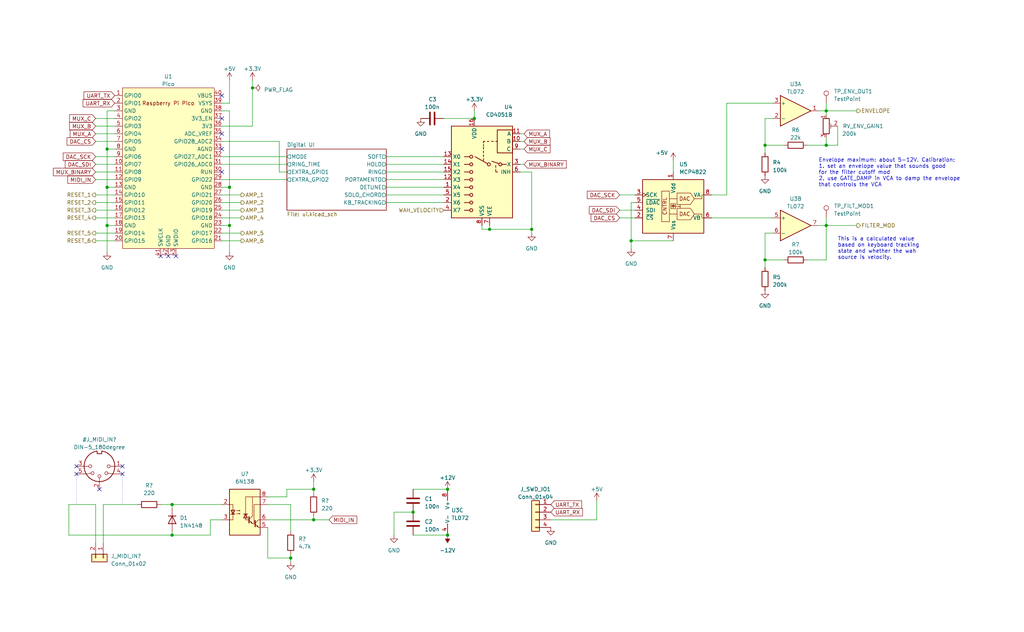
<source format=kicad_sch>
(kicad_sch (version 20230121) (generator eeschema)
  (paper "User" 340.004 210.007)
  (lib_symbols
    (symbol "+3.3V_1" (power) (pin_names (offset 0))
      (property "Value" "+3.3V_1" (at 0 3.556 0))
      (symbol "+3.3V_1_0_1"
        (polyline (pts (xy -0.762 1.27) (xy 0 2.54)))
        (polyline (pts (xy 0 0) (xy 0 2.54)))
        (polyline (pts (xy 0 2.54) (xy 0.762 1.27)))
      )
      (symbol "+3.3V_1_1_1"
        (pin power_in line (at 0 0 90) (length 0) hide (name "+3.3V") (number "1"))
      )
    )
    (symbol "Amplifier_Operational:TL072" (pin_names (offset 0.127))
      (property "Reference" "U" (at 0 5.08 0))
      (property "Value" "TL072" (at 0 -5.08 0))
      (symbol "TL072_1_1"
        (polyline (pts (xy -5.08 5.08) (xy 5.08 0) (xy -5.08 -5.08) (xy -5.08 5.08)) (stroke (width 0.254)) (fill (type background)))
        (pin output line (at 7.62 0 180) (length 2.54) (name "~") (number "1"))
        (pin input line (at -7.62 -2.54 0) (length 2.54) (name "-") (number "2"))
        (pin input line (at -7.62 2.54 0) (length 2.54) (name "+") (number "3"))
      )
      (symbol "TL072_2_1"
        (polyline (pts (xy -5.08 5.08) (xy 5.08 0) (xy -5.08 -5.08) (xy -5.08 5.08)) (stroke (width 0.254)) (fill (type background)))
        (pin input line (at -7.62 2.54 0) (length 2.54) (name "+") (number "5"))
        (pin input line (at -7.62 -2.54 0) (length 2.54) (name "-") (number "6"))
        (pin output line (at 7.62 0 180) (length 2.54) (name "~") (number "7"))
      )
      (symbol "TL072_3_1"
        (pin power_in line (at -2.54 -7.62 90) (length 3.81) (name "V-") (number "4"))
        (pin power_in line (at -2.54 7.62 270) (length 3.81) (name "V+") (number "8"))
      )
    )
    (symbol "Analog_DAC:MCP4822" (pin_names (offset 1.016))
      (property "Reference" "U" (at -2.54 10.795 0))
      (property "Value" "MCP4822" (at -2.54 8.89 0))
      (symbol "MCP4822_0_0"
        (polyline (pts (xy 0 -1.778) (xy 0 -0.635)))
        (polyline (pts (xy 0.381 -0.889) (xy 0.508 -0.762)))
        (polyline (pts (xy 2.286 -1.143) (xy 2.286 -1.905)))
        (polyline (pts (xy 0.381 -0.889) (xy -0.381 -0.889) (xy -0.508 -1.016)))
        (polyline (pts (xy 0.762 -1.27) (xy 2.286 -1.27) (xy 2.286 -0.762)))
        (polyline (pts (xy 0 -0.889) (xy 0.508 -1.397) (xy -0.508 -1.397) (xy 0 -0.889)))
        (polyline (pts (xy 6.985 -3.81) (xy 9.525 -3.81) (xy 9.525 -5.08) (xy 10.16 -5.08)))
        (polyline (pts (xy 6.985 1.27) (xy 9.525 1.27) (xy 9.525 2.54) (xy 10.16 2.54)))
        (rectangle (start 0.762 -0.381) (end -0.762 -2.032))
        (text "CNTRL" (at -2.032 -4.191 900) (effects (font (size 1.27 1.27)) (justify left bottom)))
        (text "DAC" (at 3.81 -3.81 0) (effects (font (size 1.27 1.27))))
        (text "DAC" (at 3.81 1.27 0) (effects (font (size 1.27 1.27))))
      )
      (symbol "MCP4822_0_1"
        (rectangle (start -10.16 7.62) (end 10.16 -10.16) (stroke (width 0.254)) (fill (type background)))
        (rectangle (start -1.27 -6.35) (end -3.81 3.81))
        (polyline (pts (xy 1.27 -3.81) (xy -1.27 -3.81)))
        (polyline (pts (xy 1.27 1.27) (xy -1.27 1.27)))
        (polyline (pts (xy 6.985 -3.81) (xy 5.715 -1.905) (xy 1.27 -1.905) (xy 1.27 -5.715) (xy 5.715 -5.715) (xy 6.985 -3.81)))
        (polyline (pts (xy 6.985 1.27) (xy 5.715 3.175) (xy 1.27 3.175) (xy 1.27 -0.635) (xy 5.715 -0.635) (xy 6.985 1.27)))
      )
      (symbol "MCP4822_1_1"
        (pin power_in line (at 0 10.16 270) (length 2.54) (name "Vdd") (number "1"))
        (pin input line (at -12.7 -5.08 0) (length 2.54) (name "~{CS}") (number "2"))
        (pin input clock (at -12.7 2.54 0) (length 2.54) (name "SCK") (number "3"))
        (pin input line (at -12.7 -2.54 0) (length 2.54) (name "SDI") (number "4"))
        (pin input line (at -12.7 0 0) (length 2.54) (name "~{LDAC}") (number "5"))
        (pin output line (at 12.7 -5.08 180) (length 2.54) (name "VB") (number "6"))
        (pin power_in line (at 0 -12.7 90) (length 2.54) (name "Vss") (number "7"))
        (pin output line (at 12.7 2.54 180) (length 2.54) (name "VA") (number "8"))
      )
    )
    (symbol "Analog_Switch:CD4051B"
      (property "Reference" "U" (at -10.16 16.51 0))
      (property "Value" "CD4051B" (at 3.81 16.51 0))
      (symbol "CD4051B_0_1"
        (rectangle (start -10.16 6.35) (end -5.08 13.97) (stroke (width 0.254)))
        (rectangle (start -10.16 15.24) (end 10.16 -15.24) (stroke (width 0.254)) (fill (type background)))
        (circle (center -6.096 2.54) (radius 0.508) (stroke (width 0.254)))
        (circle (center -2.286 2.54) (radius 0.508) (stroke (width 0.254)))
        (polyline (pts (xy -8.128 2.54) (xy -6.604 2.54)) (stroke (width 0.254)))
        (polyline (pts (xy -5.588 2.794) (xy -3.302 3.556)) (stroke (width 0.254)))
        (polyline (pts (xy -4.572 0) (xy -5.207 0)) (stroke (width 0.254)))
        (polyline (pts (xy -4.572 0.254) (xy -4.572 0.889)) (stroke (width 0.254)))
        (polyline (pts (xy -4.572 1.524) (xy -4.572 2.159)) (stroke (width 0.254)))
        (polyline (pts (xy -4.572 10.16) (xy -5.08 10.16)) (stroke (width 0.254)))
        (polyline (pts (xy -3.81 10.16) (xy -3.175 10.16)) (stroke (width 0.254)))
        (polyline (pts (xy -1.778 2.794) (xy 2.286 5.08)) (stroke (width 0.254)))
        (polyline (pts (xy -1.778 10.16) (xy -2.286 10.16)) (stroke (width 0.254)))
        (polyline (pts (xy -0.508 3.81) (xy -0.508 4.445)) (stroke (width 0.254)))
        (polyline (pts (xy -0.508 5.08) (xy -0.508 5.715)) (stroke (width 0.254)))
        (polyline (pts (xy -0.508 6.35) (xy -0.508 6.985)) (stroke (width 0.254)))
        (polyline (pts (xy -0.508 7.62) (xy -0.508 8.255)) (stroke (width 0.254)))
        (polyline (pts (xy -0.508 8.636) (xy -0.508 9.144)) (stroke (width 0.254)))
        (polyline (pts (xy -0.508 9.652) (xy -0.508 10.16)) (stroke (width 0.254)))
        (polyline (pts (xy -0.508 10.16) (xy -1.016 10.16)) (stroke (width 0.254)))
        (polyline (pts (xy 4.064 -12.7) (xy 5.842 -12.7)) (stroke (width 0.254)))
        (polyline (pts (xy 4.064 -10.16) (xy 5.842 -10.16)) (stroke (width 0.254)))
        (polyline (pts (xy 4.064 -7.62) (xy 5.842 -7.62)) (stroke (width 0.254)))
        (polyline (pts (xy 4.064 -5.08) (xy 5.842 -5.08)) (stroke (width 0.254)))
        (polyline (pts (xy 4.064 -2.54) (xy 5.842 -2.54)) (stroke (width 0.254)))
        (polyline (pts (xy 4.064 0) (xy 5.842 0)) (stroke (width 0.254)))
        (polyline (pts (xy 4.064 2.54) (xy 5.842 2.54)) (stroke (width 0.254)))
        (polyline (pts (xy 4.064 5.08) (xy 5.842 5.08)) (stroke (width 0.254)))
        (circle (center 3.556 -12.7) (radius 0.508) (stroke (width 0.254)))
        (circle (center 3.556 -10.16) (radius 0.508) (stroke (width 0.254)))
        (circle (center 3.556 -7.62) (radius 0.508) (stroke (width 0.254)))
        (circle (center 3.556 -5.08) (radius 0.508) (stroke (width 0.254)))
        (circle (center 3.556 -2.54) (radius 0.508) (stroke (width 0.254)))
        (circle (center 3.556 0) (radius 0.508) (stroke (width 0.254)))
        (circle (center 3.556 2.54) (radius 0.508) (stroke (width 0.254)))
        (circle (center 3.556 5.08) (radius 0.508) (stroke (width 0.254)))
      )
      (symbol "CD4051B_1_1"
        (pin bidirectional line (at 12.7 -5.08 180) (length 2.54) (name "X4") (number "1"))
        (pin input line (at -12.7 10.16 0) (length 2.54) (name "B") (number "10"))
        (pin input line (at -12.7 12.7 0) (length 2.54) (name "A") (number "11"))
        (pin bidirectional line (at 12.7 -2.54 180) (length 2.54) (name "X3") (number "12"))
        (pin bidirectional line (at 12.7 5.08 180) (length 2.54) (name "X0") (number "13"))
        (pin bidirectional line (at 12.7 2.54 180) (length 2.54) (name "X1") (number "14"))
        (pin bidirectional line (at 12.7 0 180) (length 2.54) (name "X2") (number "15"))
        (pin power_in line (at 2.54 17.78 270) (length 2.54) (name "VDD") (number "16"))
        (pin bidirectional line (at 12.7 -10.16 180) (length 2.54) (name "X6") (number "2"))
        (pin bidirectional line (at -12.7 2.54 0) (length 2.54) (name "X") (number "3"))
        (pin bidirectional line (at 12.7 -12.7 180) (length 2.54) (name "X7") (number "4"))
        (pin bidirectional line (at 12.7 -7.62 180) (length 2.54) (name "X5") (number "5"))
        (pin input line (at -12.7 0 0) (length 2.54) (name "INH") (number "6"))
        (pin power_in line (at -2.54 -17.78 90) (length 2.54) (name "VEE") (number "7"))
        (pin power_in line (at 0 -17.78 90) (length 2.54) (name "VSS") (number "8"))
        (pin input line (at -12.7 7.62 0) (length 2.54) (name "C") (number "9"))
      )
    )
    (symbol "Connector:DIN-5_180degree" (pin_names (offset 1.016))
      (property "Reference" "J" (at 3.175 5.715 0))
      (property "Value" "DIN-5_180degree" (at 0 -6.35 0))
      (symbol "DIN-5_180degree_0_1"
        (arc (start -5.08 0) (mid -3.8609 -3.3364) (end -0.762 -5.08) (stroke (width 0.254)))
        (circle (center -3.048 0) (radius 0.508))
        (circle (center -2.286 2.286) (radius 0.508))
        (polyline (pts (xy -5.08 0) (xy -3.556 0)))
        (polyline (pts (xy 0 5.08) (xy 0 3.81)))
        (polyline (pts (xy 5.08 0) (xy 3.556 0)))
        (polyline (pts (xy -5.08 2.54) (xy -4.318 2.54) (xy -2.794 2.286)))
        (polyline (pts (xy 5.08 2.54) (xy 4.318 2.54) (xy 2.794 2.286)))
        (polyline (pts (xy -0.762 -4.953) (xy -0.762 -4.191) (xy 0.762 -4.191) (xy 0.762 -4.953)) (stroke (width 0.254)))
        (circle (center 0 3.302) (radius 0.508))
        (arc (start 0.762 -5.08) (mid 3.8685 -3.343) (end 5.08 0) (stroke (width 0.254)))
        (circle (center 2.286 2.286) (radius 0.508))
        (circle (center 3.048 0) (radius 0.508))
        (arc (start 5.08 0) (mid 0 5.0579) (end -5.08 0) (stroke (width 0.254)))
      )
      (symbol "DIN-5_180degree_1_1"
        (pin passive line (at -7.62 0 0) (length 2.54) (name "~") (number "1"))
        (pin passive line (at 0 7.62 270) (length 2.54) (name "~") (number "2"))
        (pin passive line (at 7.62 0 180) (length 2.54) (name "~") (number "3"))
        (pin passive line (at -7.62 2.54 0) (length 2.54) (name "~") (number "4"))
        (pin passive line (at 7.62 2.54 180) (length 2.54) (name "~") (number "5"))
      )
    )
    (symbol "Connector:TestPoint" (pin_numbers hide) (pin_names (offset 0.762) hide)
      (property "Reference" "TP" (at 0 6.858 0))
      (property "Value" "TestPoint" (at 0 5.08 0))
      (symbol "TestPoint_0_1"
        (circle (center 0 3.302) (radius 0.762))
      )
      (symbol "TestPoint_1_1"
        (pin passive line (at 0 0 90) (length 2.54) (name "1") (number "1"))
      )
    )
    (symbol "Connector_Generic:Conn_01x02" (pin_names (offset 1.016) hide)
      (property "Reference" "J" (at 0 2.54 0))
      (property "Value" "Conn_01x02" (at 0 -5.08 0))
      (symbol "Conn_01x02_1_1"
        (rectangle (start -1.27 -2.413) (end 0 -2.667) (stroke (width 0.1524)))
        (rectangle (start -1.27 0.127) (end 0 -0.127) (stroke (width 0.1524)))
        (rectangle (start -1.27 1.27) (end 1.27 -3.81) (stroke (width 0.254)) (fill (type background)))
        (pin passive line (at -5.08 0 0) (length 3.81) (name "Pin_1") (number "1"))
        (pin passive line (at -5.08 -2.54 0) (length 3.81) (name "Pin_2") (number "2"))
      )
    )
    (symbol "Connector_Generic:Conn_01x04" (pin_names (offset 1.016) hide)
      (property "Reference" "J" (at 0 5.08 0))
      (property "Value" "Conn_01x04" (at 0 -7.62 0))
      (symbol "Conn_01x04_1_1"
        (rectangle (start -1.27 -4.953) (end 0 -5.207) (stroke (width 0.1524)))
        (rectangle (start -1.27 -2.413) (end 0 -2.667) (stroke (width 0.1524)))
        (rectangle (start -1.27 0.127) (end 0 -0.127) (stroke (width 0.1524)))
        (rectangle (start -1.27 2.667) (end 0 2.413) (stroke (width 0.1524)))
        (rectangle (start -1.27 3.81) (end 1.27 -6.35) (stroke (width 0.254)) (fill (type background)))
        (pin passive line (at -5.08 2.54 0) (length 3.81) (name "Pin_1") (number "1"))
        (pin passive line (at -5.08 0 0) (length 3.81) (name "Pin_2") (number "2"))
        (pin passive line (at -5.08 -2.54 0) (length 3.81) (name "Pin_3") (number "3"))
        (pin passive line (at -5.08 -5.08 0) (length 3.81) (name "Pin_4") (number "4"))
      )
    )
    (symbol "Device:C" (pin_numbers hide) (pin_names (offset 0.254))
      (property "Reference" "C" (at 0.635 2.54 0))
      (property "Value" "C" (at 0.635 -2.54 0))
      (symbol "C_0_1"
        (polyline (pts (xy -2.032 -0.762) (xy 2.032 -0.762)) (stroke (width 0.508)))
        (polyline (pts (xy -2.032 0.762) (xy 2.032 0.762)) (stroke (width 0.508)))
      )
      (symbol "C_1_1"
        (pin passive line (at 0 3.81 270) (length 2.794) (name "~") (number "1"))
        (pin passive line (at 0 -3.81 90) (length 2.794) (name "~") (number "2"))
      )
    )
    (symbol "Device:D" (pin_numbers hide) (pin_names (offset 1.016) hide)
      (property "Reference" "D" (at 0 2.54 0))
      (property "Value" "D" (at 0 -2.54 0))
      (symbol "D_0_1"
        (polyline (pts (xy -1.27 1.27) (xy -1.27 -1.27)) (stroke (width 0.254)))
        (polyline (pts (xy 1.27 0) (xy -1.27 0)))
        (polyline (pts (xy 1.27 1.27) (xy 1.27 -1.27) (xy -1.27 0) (xy 1.27 1.27)) (stroke (width 0.254)))
      )
      (symbol "D_1_1"
        (pin passive line (at -3.81 0 0) (length 2.54) (name "K") (number "1"))
        (pin passive line (at 3.81 0 180) (length 2.54) (name "A") (number "2"))
      )
    )
    (symbol "Device:R" (pin_numbers hide) (pin_names (offset 0))
      (property "Reference" "R" (at 2.032 0 90))
      (property "Value" "R" (at 0 0 90))
      (symbol "R_0_1"
        (rectangle (start -1.016 -2.54) (end 1.016 2.54) (stroke (width 0.254)))
      )
      (symbol "R_1_1"
        (pin passive line (at 0 3.81 270) (length 1.27) (name "~") (number "1"))
        (pin passive line (at 0 -3.81 90) (length 1.27) (name "~") (number "2"))
      )
    )
    (symbol "Device:R_Potentiometer_Trim" (pin_names (offset 1.016) hide)
      (property "Reference" "RV" (at -4.445 0 90))
      (property "Value" "R_Potentiometer_Trim" (at -2.54 0 90))
      (symbol "R_Potentiometer_Trim_0_1"
        (polyline (pts (xy 1.524 0.762) (xy 1.524 -0.762)))
        (polyline (pts (xy 2.54 0) (xy 1.524 0)))
        (rectangle (start 1.016 2.54) (end -1.016 -2.54) (stroke (width 0.254)))
      )
      (symbol "R_Potentiometer_Trim_1_1"
        (pin passive line (at 0 3.81 270) (length 1.27) (name "1") (number "1"))
        (pin passive line (at 3.81 0 180) (length 1.27) (name "2") (number "2"))
        (pin passive line (at 0 -3.81 90) (length 1.27) (name "3") (number "3"))
      )
    )
    (symbol "Isolator:6N138" (pin_names (offset 1.016) hide)
      (property "Reference" "U" (at -4.064 8.89 0))
      (property "Value" "6N138" (at 2.286 8.89 0))
      (symbol "6N138_0_1"
        (rectangle (start -5.08 7.62) (end 5.08 -7.62) (stroke (width 0.254)) (fill (type background)))
        (polyline (pts (xy -4.572 -0.635) (xy -3.302 -0.635)) (stroke (width 0.254)))
        (polyline (pts (xy 0.889 -0.635) (xy -0.381 -0.635)) (stroke (width 0.254)))
        (polyline (pts (xy 1.397 -2.667) (xy 2.54 -3.81)))
        (polyline (pts (xy 1.397 -2.413) (xy 2.54 -1.27)))
        (polyline (pts (xy 2.54 -3.81) (xy 3.175 -3.81)))
        (polyline (pts (xy 3.429 -3.937) (xy 4.572 -5.08)))
        (polyline (pts (xy 3.429 -3.683) (xy 4.572 -2.54)))
        (polyline (pts (xy 4.572 -5.08) (xy 5.08 -5.08)))
        (polyline (pts (xy 4.572 -2.54) (xy 5.08 -2.54)))
        (polyline (pts (xy 1.397 -1.524) (xy 1.397 -3.556) (xy 1.397 -3.556)) (stroke (width 0.3556)))
        (polyline (pts (xy 2.54 -1.27) (xy 2.54 5.08) (xy 5.08 5.08)))
        (polyline (pts (xy 3.429 -2.794) (xy 3.429 -4.826) (xy 3.429 -4.826)) (stroke (width 0.3556)))
        (polyline (pts (xy 5.08 2.54) (xy 3.048 2.54) (xy 3.048 -3.81)))
        (polyline (pts (xy -5.08 -2.54) (xy -3.937 -2.54) (xy -3.937 2.54) (xy -5.08 2.54)))
        (polyline (pts (xy -3.937 -0.635) (xy -4.572 0.635) (xy -3.302 0.635) (xy -3.937 -0.635)) (stroke (width 0.254)))
        (polyline (pts (xy 0.254 -0.635) (xy 0.889 -1.905) (xy -0.381 -1.905) (xy 0.254 -0.635)) (stroke (width 0.254)))
        (polyline (pts (xy 1.27 -2.54) (xy 0.254 -2.54) (xy 0.254 5.08) (xy 2.54 5.08)))
        (polyline (pts (xy 2.413 -3.683) (xy 2.159 -3.175) (xy 1.905 -3.429) (xy 2.413 -3.683)))
        (polyline (pts (xy 4.445 -4.953) (xy 4.191 -4.445) (xy 3.937 -4.699) (xy 4.445 -4.953)))
        (polyline (pts (xy -2.794 -0.508) (xy -1.524 -0.508) (xy -1.905 -0.635) (xy -1.905 -0.381) (xy -1.524 -0.508)))
        (polyline (pts (xy -2.794 0.508) (xy -1.524 0.508) (xy -1.905 0.381) (xy -1.905 0.635) (xy -1.524 0.508)))
      )
      (symbol "6N138_1_1"
        (pin no_connect line (at -5.08 5.08 0) (length 2.54) hide (name "NC") (number "1"))
        (pin passive line (at -7.62 2.54 0) (length 2.54) (name "C1") (number "2"))
        (pin passive line (at -7.62 -2.54 0) (length 2.54) (name "C2") (number "3"))
        (pin no_connect line (at -5.08 -5.08 0) (length 2.54) hide (name "NC") (number "4"))
        (pin passive line (at 7.62 -5.08 180) (length 2.54) (name "GND") (number "5"))
        (pin passive line (at 7.62 -2.54 180) (length 2.54) (name "VO2") (number "6"))
        (pin passive line (at 7.62 2.54 180) (length 2.54) (name "VO1") (number "7"))
        (pin passive line (at 7.62 5.08 180) (length 2.54) (name "VCC") (number "8"))
      )
    )
    (symbol "MCU_RaspberryPi_and_Boards:Pico"
      (property "Reference" "U" (at -13.97 27.94 0))
      (property "Value" "Pico" (at 0 19.05 0))
      (symbol "Pico_0_0"
        (text "Raspberry Pi Pico" (at 0 21.59 0) (effects (font (size 1.27 1.27))))
      )
      (symbol "Pico_0_1"
        (rectangle (start -15.24 26.67) (end 15.24 -26.67) (fill (type background)))
      )
      (symbol "Pico_1_1"
        (pin bidirectional line (at -17.78 24.13 0) (length 2.54) (name "GPIO0") (number "1"))
        (pin bidirectional line (at -17.78 1.27 0) (length 2.54) (name "GPIO7") (number "10"))
        (pin bidirectional line (at -17.78 -1.27 0) (length 2.54) (name "GPIO8") (number "11"))
        (pin bidirectional line (at -17.78 -3.81 0) (length 2.54) (name "GPIO9") (number "12"))
        (pin power_in line (at -17.78 -6.35 0) (length 2.54) (name "GND") (number "13"))
        (pin bidirectional line (at -17.78 -8.89 0) (length 2.54) (name "GPIO10") (number "14"))
        (pin bidirectional line (at -17.78 -11.43 0) (length 2.54) (name "GPIO11") (number "15"))
        (pin bidirectional line (at -17.78 -13.97 0) (length 2.54) (name "GPIO12") (number "16"))
        (pin bidirectional line (at -17.78 -16.51 0) (length 2.54) (name "GPIO13") (number "17"))
        (pin power_in line (at -17.78 -19.05 0) (length 2.54) (name "GND") (number "18"))
        (pin bidirectional line (at -17.78 -21.59 0) (length 2.54) (name "GPIO14") (number "19"))
        (pin bidirectional line (at -17.78 21.59 0) (length 2.54) (name "GPIO1") (number "2"))
        (pin bidirectional line (at -17.78 -24.13 0) (length 2.54) (name "GPIO15") (number "20"))
        (pin bidirectional line (at 17.78 -24.13 180) (length 2.54) (name "GPIO16") (number "21"))
        (pin bidirectional line (at 17.78 -21.59 180) (length 2.54) (name "GPIO17") (number "22"))
        (pin power_in line (at 17.78 -19.05 180) (length 2.54) (name "GND") (number "23"))
        (pin bidirectional line (at 17.78 -16.51 180) (length 2.54) (name "GPIO18") (number "24"))
        (pin bidirectional line (at 17.78 -13.97 180) (length 2.54) (name "GPIO19") (number "25"))
        (pin bidirectional line (at 17.78 -11.43 180) (length 2.54) (name "GPIO20") (number "26"))
        (pin bidirectional line (at 17.78 -8.89 180) (length 2.54) (name "GPIO21") (number "27"))
        (pin power_in line (at 17.78 -6.35 180) (length 2.54) (name "GND") (number "28"))
        (pin bidirectional line (at 17.78 -3.81 180) (length 2.54) (name "GPIO22") (number "29"))
        (pin power_in line (at -17.78 19.05 0) (length 2.54) (name "GND") (number "3"))
        (pin input line (at 17.78 -1.27 180) (length 2.54) (name "RUN") (number "30"))
        (pin bidirectional line (at 17.78 1.27 180) (length 2.54) (name "GPIO26_ADC0") (number "31"))
        (pin bidirectional line (at 17.78 3.81 180) (length 2.54) (name "GPIO27_ADC1") (number "32"))
        (pin power_in line (at 17.78 6.35 180) (length 2.54) (name "AGND") (number "33"))
        (pin bidirectional line (at 17.78 8.89 180) (length 2.54) (name "GPIO28_ADC2") (number "34"))
        (pin power_in line (at 17.78 11.43 180) (length 2.54) (name "ADC_VREF") (number "35"))
        (pin power_in line (at 17.78 13.97 180) (length 2.54) (name "3V3") (number "36"))
        (pin input line (at 17.78 16.51 180) (length 2.54) (name "3V3_EN") (number "37"))
        (pin bidirectional line (at 17.78 19.05 180) (length 2.54) (name "GND") (number "38"))
        (pin power_in line (at 17.78 21.59 180) (length 2.54) (name "VSYS") (number "39"))
        (pin bidirectional line (at -17.78 16.51 0) (length 2.54) (name "GPIO2") (number "4"))
        (pin power_in line (at 17.78 24.13 180) (length 2.54) (name "VBUS") (number "40"))
        (pin input line (at -2.54 -29.21 90) (length 2.54) (name "SWCLK") (number "41"))
        (pin power_in line (at 0 -29.21 90) (length 2.54) (name "GND") (number "42"))
        (pin bidirectional line (at 2.54 -29.21 90) (length 2.54) (name "SWDIO") (number "43"))
        (pin bidirectional line (at -17.78 13.97 0) (length 2.54) (name "GPIO3") (number "5"))
        (pin bidirectional line (at -17.78 11.43 0) (length 2.54) (name "GPIO4") (number "6"))
        (pin bidirectional line (at -17.78 8.89 0) (length 2.54) (name "GPIO5") (number "7"))
        (pin power_in line (at -17.78 6.35 0) (length 2.54) (name "GND") (number "8"))
        (pin bidirectional line (at -17.78 3.81 0) (length 2.54) (name "GPIO6") (number "9"))
      )
    )
    (symbol "power:+12V" (power) (pin_names (offset 0))
      (property "Value" "+12V" (at 0 3.556 0))
      (symbol "+12V_0_1"
        (polyline (pts (xy -0.762 1.27) (xy 0 2.54)))
        (polyline (pts (xy 0 0) (xy 0 2.54)))
        (polyline (pts (xy 0 2.54) (xy 0.762 1.27)))
      )
      (symbol "+12V_1_1"
        (pin power_in line (at 0 0 90) (length 0) hide (name "+12V") (number "1"))
      )
    )
    (symbol "power:+5V" (power) (pin_names (offset 0))
      (property "Value" "+5V" (at 0 3.556 0))
      (symbol "+5V_0_1"
        (polyline (pts (xy -0.762 1.27) (xy 0 2.54)))
        (polyline (pts (xy 0 0) (xy 0 2.54)))
        (polyline (pts (xy 0 2.54) (xy 0.762 1.27)))
      )
      (symbol "+5V_1_1"
        (pin power_in line (at 0 0 90) (length 0) hide (name "+5V") (number "1"))
      )
    )
    (symbol "power:-12V" (power) (pin_names (offset 0))
      (property "Value" "-12V" (at 0 3.81 0))
      (symbol "-12V_0_0"
        (pin power_in line (at 0 0 90) (length 0) hide (name "-12V") (number "1"))
      )
      (symbol "-12V_0_1"
        (polyline (pts (xy 0 0) (xy 0 1.27) (xy 0.762 1.27) (xy 0 2.54) (xy -0.762 1.27) (xy 0 1.27)) (fill (type outline)))
      )
    )
    (symbol "power:GND" (power) (pin_names (offset 0))
      (property "Value" "GND" (at 0 -3.81 0))
      (symbol "GND_0_1"
        (polyline (pts (xy 0 0) (xy 0 -1.27) (xy 1.27 -1.27) (xy 0 -2.54) (xy -1.27 -1.27) (xy 0 -1.27)))
      )
      (symbol "GND_1_1"
        (pin power_in line (at 0 0 270) (length 0) hide (name "GND") (number "1"))
      )
    )
    (symbol "power:PWR_FLAG" (power) (pin_numbers hide) (pin_names (offset 0) hide)
      (property "Value" "PWR_FLAG" (at 0 3.81 0))
      (symbol "PWR_FLAG_0_0"
        (pin power_out line (at 0 0 90) (length 0) (name "pwr") (number "1"))
      )
      (symbol "PWR_FLAG_0_1"
        (polyline (pts (xy 0 0) (xy 0 1.27) (xy -1.016 1.905) (xy 0 2.54) (xy 1.016 1.905) (xy 0 1.27)))
      )
    )
  )
  (junction (at 254 86.36))
  (junction (at 162.56 76.2))
  (junction (at 274.32 36.83))
  (junction (at 76.2 62.23))
  (junction (at 35.56 49.53))
  (junction (at 35.56 74.93))
  (junction (at 57.15 177.8))
  (junction (at 76.2 74.93))
  (junction (at 274.32 48.26))
  (junction (at 104.14 172.72))
  (junction (at 254 48.26))
  (junction (at 57.15 167.64))
  (junction (at 176.53 76.2))
  (junction (at 104.14 162.56))
  (junction (at 157.48 39.37))
  (junction (at 148.59 177.8))
  (junction (at 96.52 185.42))
  (junction (at 209.55 80.01))
  (junction (at 148.59 162.56))
  (junction (at 83.82 29.21))
  (junction (at 137.16 170.18))
  (junction (at 35.56 62.23))
  (junction (at 274.32 74.93))
  (no_connect (at 33.02 162.56))
  (no_connect (at 25.4 157.48))
  (no_connect (at 73.66 49.53))
  (no_connect (at 25.4 154.94))
  (no_connect (at 40.64 157.48))
  (no_connect (at 73.66 57.15))
  (no_connect (at 73.66 44.45))
  (no_connect (at 40.64 154.94))
  (no_connect (at 53.34 85.09))
  (no_connect (at 73.66 31.75))
  (no_connect (at 58.42 85.09))
  (no_connect (at 73.66 39.37))
  (no_connect (at 55.88 85.09))
  (wire (pts (xy 88.9 165.1) (xy 95.25 165.1)))
  (wire (pts (xy 128.27 57.15) (xy 147.32 57.15)))
  (wire (pts (xy 73.66 52.07) (xy 95.25 52.07)))
  (wire (pts (xy 88.9 167.64) (xy 96.52 167.64)))
  (wire (pts (xy 205.74 69.85) (xy 210.82 69.85)))
  (wire (pts (xy 205.74 72.39) (xy 210.82 72.39)))
  (wire (pts (xy 256.54 34.29) (xy 241.3 34.29)))
  (wire (pts (xy 209.55 80.01) (xy 209.55 82.55)))
  (wire (pts (xy 271.78 36.83) (xy 274.32 36.83)))
  (wire (pts (xy 128.27 62.23) (xy 147.32 62.23)))
  (wire (pts (xy 162.56 74.93) (xy 162.56 76.2)))
  (wire (pts (xy 256.54 77.47) (xy 254 77.47)))
  (wire (pts (xy 83.82 29.21) (xy 83.82 41.91)))
  (wire (pts (xy 35.56 36.83) (xy 38.1 36.83)))
  (polyline (pts (xy 25.4 157.48) (xy 25.4 167.64)) (stroke (width 0) (type dot)))
  (wire (pts (xy 254 86.36) (xy 260.35 86.36)))
  (wire (pts (xy 73.66 64.77) (xy 80.01 64.77)))
  (wire (pts (xy 95.25 165.1) (xy 95.25 162.56)))
  (wire (pts (xy 88.9 185.42) (xy 96.52 185.42)))
  (wire (pts (xy 172.72 57.15) (xy 176.53 57.15)))
  (wire (pts (xy 88.9 175.26) (xy 88.9 185.42)))
  (wire (pts (xy 209.55 80.01) (xy 223.52 80.01)))
  (wire (pts (xy 198.12 172.72) (xy 182.88 172.72)))
  (wire (pts (xy 162.56 76.2) (xy 176.53 76.2)))
  (wire (pts (xy 80.01 69.85) (xy 73.66 69.85)))
  (wire (pts (xy 57.15 177.8) (xy 22.86 177.8)))
  (wire (pts (xy 76.2 74.93) (xy 73.66 74.93)))
  (wire (pts (xy 80.01 80.01) (xy 73.66 80.01)))
  (wire (pts (xy 130.81 170.18) (xy 137.16 170.18)))
  (wire (pts (xy 236.22 72.39) (xy 256.54 72.39)))
  (wire (pts (xy 57.15 176.53) (xy 57.15 177.8)))
  (wire (pts (xy 274.32 34.29) (xy 274.32 36.83)))
  (wire (pts (xy 73.66 54.61) (xy 95.25 54.61)))
  (wire (pts (xy 92.71 57.15) (xy 95.25 57.15)))
  (wire (pts (xy 31.75 72.39) (xy 38.1 72.39)))
  (wire (pts (xy 157.48 36.83) (xy 157.48 39.37)))
  (wire (pts (xy 274.32 72.39) (xy 274.32 74.93)))
  (wire (pts (xy 73.66 67.31) (xy 80.01 67.31)))
  (wire (pts (xy 80.01 77.47) (xy 73.66 77.47)))
  (wire (pts (xy 35.56 74.93) (xy 35.56 62.23)))
  (wire (pts (xy 172.72 54.61) (xy 173.99 54.61)))
  (wire (pts (xy 137.16 162.56) (xy 148.59 162.56)))
  (wire (pts (xy 128.27 52.07) (xy 147.32 52.07)))
  (wire (pts (xy 31.75 77.47) (xy 38.1 77.47)))
  (wire (pts (xy 254 39.37) (xy 254 48.26)))
  (wire (pts (xy 69.85 177.8) (xy 57.15 177.8)))
  (wire (pts (xy 223.52 53.34) (xy 223.52 57.15)))
  (wire (pts (xy 31.75 59.69) (xy 38.1 59.69)))
  (wire (pts (xy 254 48.26) (xy 254 50.8)))
  (wire (pts (xy 35.56 49.53) (xy 35.56 36.83)))
  (polyline (pts (xy 40.64 157.48) (xy 40.64 167.64)) (stroke (width 0) (type dot)))
  (wire (pts (xy 22.86 167.64) (xy 31.75 167.64)))
  (wire (pts (xy 34.29 167.64) (xy 34.29 180.34)))
  (wire (pts (xy 128.27 64.77) (xy 147.32 64.77)))
  (wire (pts (xy 35.56 74.93) (xy 38.1 74.93)))
  (wire (pts (xy 73.66 62.23) (xy 76.2 62.23)))
  (wire (pts (xy 173.99 49.53) (xy 172.72 49.53)))
  (wire (pts (xy 31.75 52.07) (xy 38.1 52.07)))
  (wire (pts (xy 31.75 41.91) (xy 38.1 41.91)))
  (wire (pts (xy 31.75 39.37) (xy 38.1 39.37)))
  (wire (pts (xy 73.66 59.69) (xy 95.25 59.69)))
  (wire (pts (xy 73.66 172.72) (xy 69.85 172.72)))
  (wire (pts (xy 83.82 26.67) (xy 83.82 29.21)))
  (wire (pts (xy 35.56 83.82) (xy 35.56 74.93)))
  (wire (pts (xy 31.75 57.15) (xy 38.1 57.15)))
  (wire (pts (xy 34.29 167.64) (xy 45.72 167.64)))
  (wire (pts (xy 271.78 74.93) (xy 274.32 74.93)))
  (wire (pts (xy 104.14 172.72) (xy 109.22 172.72)))
  (wire (pts (xy 92.71 46.99) (xy 92.71 57.15)))
  (wire (pts (xy 31.75 69.85) (xy 38.1 69.85)))
  (wire (pts (xy 31.75 46.99) (xy 38.1 46.99)))
  (wire (pts (xy 267.97 48.26) (xy 274.32 48.26)))
  (wire (pts (xy 241.3 64.77) (xy 236.22 64.77)))
  (wire (pts (xy 76.2 36.83) (xy 73.66 36.83)))
  (wire (pts (xy 254 77.47) (xy 254 86.36)))
  (wire (pts (xy 274.32 36.83) (xy 284.48 36.83)))
  (wire (pts (xy 241.3 34.29) (xy 241.3 64.77)))
  (wire (pts (xy 176.53 76.2) (xy 176.53 77.47)))
  (wire (pts (xy 128.27 67.31) (xy 147.32 67.31)))
  (wire (pts (xy 31.75 167.64) (xy 31.75 180.34)))
  (wire (pts (xy 173.99 44.45) (xy 172.72 44.45)))
  (wire (pts (xy 160.02 76.2) (xy 162.56 76.2)))
  (wire (pts (xy 160.02 74.93) (xy 160.02 76.2)))
  (wire (pts (xy 104.14 171.45) (xy 104.14 172.72)))
  (wire (pts (xy 157.48 39.37) (xy 147.32 39.37)))
  (wire (pts (xy 130.81 177.8) (xy 130.81 170.18)))
  (wire (pts (xy 278.13 41.91) (xy 278.13 48.26)))
  (wire (pts (xy 274.32 36.83) (xy 274.32 38.1)))
  (wire (pts (xy 35.56 62.23) (xy 35.56 49.53)))
  (wire (pts (xy 274.32 74.93) (xy 274.32 86.36)))
  (wire (pts (xy 76.2 74.93) (xy 76.2 62.23)))
  (wire (pts (xy 198.12 166.37) (xy 198.12 172.72)))
  (wire (pts (xy 274.32 74.93) (xy 284.48 74.93)))
  (wire (pts (xy 137.16 177.8) (xy 148.59 177.8)))
  (wire (pts (xy 128.27 54.61) (xy 147.32 54.61)))
  (wire (pts (xy 76.2 34.29) (xy 73.66 34.29)))
  (wire (pts (xy 31.75 67.31) (xy 38.1 67.31)))
  (wire (pts (xy 31.75 54.61) (xy 38.1 54.61)))
  (wire (pts (xy 80.01 72.39) (xy 73.66 72.39)))
  (wire (pts (xy 76.2 62.23) (xy 76.2 36.83)))
  (wire (pts (xy 31.75 44.45) (xy 38.1 44.45)))
  (wire (pts (xy 176.53 57.15) (xy 176.53 76.2)))
  (wire (pts (xy 96.52 184.15) (xy 96.52 185.42)))
  (wire (pts (xy 69.85 172.72) (xy 69.85 177.8)))
  (wire (pts (xy 104.14 162.56) (xy 104.14 163.83)))
  (wire (pts (xy 73.66 41.91) (xy 83.82 41.91)))
  (wire (pts (xy 95.25 162.56) (xy 104.14 162.56)))
  (wire (pts (xy 35.56 62.23) (xy 38.1 62.23)))
  (wire (pts (xy 76.2 26.67) (xy 76.2 34.29)))
  (wire (pts (xy 88.9 172.72) (xy 104.14 172.72)))
  (wire (pts (xy 128.27 59.69) (xy 147.32 59.69)))
  (wire (pts (xy 53.34 167.64) (xy 57.15 167.64)))
  (wire (pts (xy 31.75 80.01) (xy 38.1 80.01)))
  (wire (pts (xy 57.15 167.64) (xy 73.66 167.64)))
  (wire (pts (xy 173.99 46.99) (xy 172.72 46.99)))
  (wire (pts (xy 57.15 167.64) (xy 57.15 168.91)))
  (wire (pts (xy 96.52 185.42) (xy 96.52 186.69)))
  (wire (pts (xy 254 48.26) (xy 260.35 48.26)))
  (wire (pts (xy 256.54 39.37) (xy 254 39.37)))
  (wire (pts (xy 210.82 67.31) (xy 209.55 67.31)))
  (wire (pts (xy 76.2 83.82) (xy 76.2 74.93)))
  (wire (pts (xy 254 86.36) (xy 254 88.9)))
  (wire (pts (xy 267.97 86.36) (xy 274.32 86.36)))
  (wire (pts (xy 73.66 46.99) (xy 92.71 46.99)))
  (wire (pts (xy 209.55 67.31) (xy 209.55 80.01)))
  (wire (pts (xy 104.14 160.02) (xy 104.14 162.56)))
  (wire (pts (xy 31.75 64.77) (xy 38.1 64.77)))
  (wire (pts (xy 274.32 45.72) (xy 274.32 48.26)))
  (wire (pts (xy 96.52 167.64) (xy 96.52 176.53)))
  (wire (pts (xy 205.74 64.77) (xy 210.82 64.77)))
  (wire (pts (xy 22.86 177.8) (xy 22.86 167.64)))
  (wire (pts (xy 35.56 49.53) (xy 38.1 49.53)))
  (wire (pts (xy 278.13 48.26) (xy 274.32 48.26)))
  (text "This is a calculated value\nbased on keyboard tracking\nstate and whether the wah\nsource is velocity." (at 278.13 86.36 0) (effects (font (size 1.27 1.27)) (justify left bottom)))
  (text "Envelope maximum: about 5-12V. Calibration:\n1. set an envelope value that sounds good\nfor the filter cutoff mod\n2. use GATE_DAMP in VCA to damp the envelope\nthat controls the VCA" (at 271.78 62.23 0) (effects (font (size 1.27 1.27)) (justify left bottom)))
  (global_label "UART_TX" (shape input) (at 182.88 167.64 0) (property "Intersheetrefs" "${INTERSHEET_REFS}" (effects hide)))
  (global_label "MUX_B" (shape input) (at 31.75 41.91 180) (property "Intersheetrefs" "${INTERSHEET_REFS}" (effects hide)))
  (global_label "MUX_B" (shape input) (at 173.99 46.99 0) (property "Intersheetrefs" "${INTERSHEET_REFS}" (effects hide)))
  (global_label "DAC_CS" (shape input) (at 31.75 46.99 180) (property "Intersheetrefs" "${INTERSHEET_REFS}" (effects hide)))
  (global_label "DAC_SDI" (shape input) (at 205.74 69.85 180) (property "Intersheetrefs" "${INTERSHEET_REFS}" (effects hide)))
  (global_label "MUX_A" (shape input) (at 31.75 44.45 180) (property "Intersheetrefs" "${INTERSHEET_REFS}" (effects hide)))
  (global_label "MUX_C" (shape input) (at 31.75 39.37 180) (property "Intersheetrefs" "${INTERSHEET_REFS}" (effects hide)))
  (global_label "MUX_A" (shape input) (at 173.99 44.45 0) (property "Intersheetrefs" "${INTERSHEET_REFS}" (effects hide)))
  (global_label "UART_RX" (shape input) (at 38.1 34.29 180) (property "Intersheetrefs" "${INTERSHEET_REFS}" (effects hide)))
  (global_label "DAC_CS" (shape input) (at 205.74 72.39 180) (property "Intersheetrefs" "${INTERSHEET_REFS}" (effects hide)))
  (global_label "MUX_BINARY" (shape input) (at 173.99 54.61 0) (property "Intersheetrefs" "${INTERSHEET_REFS}" (effects hide)))
  (global_label "UART_RX" (shape input) (at 182.88 170.18 0) (property "Intersheetrefs" "${INTERSHEET_REFS}" (effects hide)))
  (global_label "MUX_BINARY" (shape input) (at 31.75 57.15 180) (property "Intersheetrefs" "${INTERSHEET_REFS}" (effects hide)))
  (global_label "DAC_SDI" (shape input) (at 31.75 54.61 180) (property "Intersheetrefs" "${INTERSHEET_REFS}" (effects hide)))
  (global_label "DAC_SCK" (shape input) (at 205.74 64.77 180) (property "Intersheetrefs" "${INTERSHEET_REFS}" (effects hide)))
  (global_label "MUX_C" (shape input) (at 173.99 49.53 0) (property "Intersheetrefs" "${INTERSHEET_REFS}" (effects hide)))
  (global_label "MIDI_IN" (shape input) (at 109.22 172.72 0) (property "Intersheetrefs" "${INTERSHEET_REFS}" (effects hide)))
  (global_label "MIDI_IN" (shape input) (at 31.75 59.69 180) (property "Intersheetrefs" "${INTERSHEET_REFS}" (effects hide)))
  (global_label "UART_TX" (shape input) (at 38.1 31.75 180) (property "Intersheetrefs" "${INTERSHEET_REFS}" (effects hide)))
  (global_label "DAC_SCK" (shape input) (at 31.75 52.07 180) (property "Intersheetrefs" "${INTERSHEET_REFS}" (effects hide)))
  (hierarchical_label "ENVELOPE" (shape output) (at 284.48 36.83 0))
  (hierarchical_label "AMP_2" (shape output) (at 80.01 67.31 0))
  (hierarchical_label "RESET_3" (shape output) (at 31.75 69.85 180))
  (hierarchical_label "RESET_5" (shape output) (at 31.75 77.47 180))
  (hierarchical_label "RESET_6" (shape output) (at 31.75 80.01 180))
  (hierarchical_label "WAH_VELOCITY" (shape input) (at 147.32 69.85 180))
  (hierarchical_label "AMP_3" (shape output) (at 80.01 69.85 0))
  (hierarchical_label "FILTER_MOD" (shape output) (at 284.48 74.93 0))
  (hierarchical_label "AMP_1" (shape output) (at 80.01 64.77 0))
  (hierarchical_label "RESET_4" (shape output) (at 31.75 72.39 180))
  (hierarchical_label "AMP_6" (shape output) (at 80.01 80.01 0))
  (hierarchical_label "AMP_4" (shape output) (at 80.01 72.39 0))
  (hierarchical_label "RESET_1" (shape output) (at 31.75 64.77 180))
  (hierarchical_label "RESET_2" (shape output) (at 31.75 67.31 180))
  (hierarchical_label "AMP_5" (shape output) (at 80.01 77.47 0))
  (symbol (lib_id "Analog_DAC:MCP4822") (at 223.52 67.31 0) (unit 1)
    (property "Reference" "U5" (at 225.5394 54.61 0) (effects (justify left)))
    (property "Value" "MCP4822" (at 225.5394 57.15 0) (effects (justify left)))
    (property "Footprint" "PCM_Package_DIP_AKL:DIP-8_W7.62mm_LongPads" (effects hide))
    (property "Datasheet" "http://ww1.microchip.com/downloads/en/DeviceDoc/20002249B.pdf" (effects hide))
    (instances (project "shmoergh-funk-live-control" (path "" (reference "U5") (unit 1))) (project "borneborn" (path "" (reference "U?") (unit 1))))
  )
  (symbol (lib_id "power:-12V") (at 148.59 177.8 180) (unit 1)
    (property "Reference" "#PWR010" (effects hide))
    (property "Value" "-12V" (at 148.59 182.88 0))
  )
  (symbol (lib_name "+3.3V_1") (lib_id "power:+3.3V") (at 157.48 36.83 0) (mirror y) (unit 1)
    (property "Reference" "#PWR011" (effects hide))
    (property "Value" "+3.3V" (at 157.48 33.02 0))
  )
  (symbol (lib_id "Connector:DIN-5_180degree") (at 33.02 154.94 180) (unit 1)
    (property "Reference" "#J_MIDI_IN?" (at 33.0199 146.05 0))
    (property "Value" "DIN-5_180degree" (at 33.0199 148.59 0))
    (property "Datasheet" "http://www.mouser.com/ds/2/18/40_c091_abd_e-75918.pdf" (effects hide))
    (instances (project "third-voice" (path "" (reference "#J_MIDI_IN?") (unit 1))) (project "shmoergh-funk-live-control" (path "" (reference "#J_MIDI_IN1") (unit 1))))
  )
  (symbol (lib_id "power:GND") (at 96.52 186.69 0) (unit 1)
    (property "Reference" "#PWR?" (effects hide))
    (property "Value" "GND" (at 96.52 191.77 0))
    (instances (project "third-voice" (path "" (reference "#PWR?") (unit 1))) (project "shmoergh-funk-live-control" (path "" (reference "#PWR05") (unit 1))))
  )
  (symbol (lib_id "Connector:TestPoint") (at 274.32 72.39 0) (unit 1)
    (property "Reference" "TP_FILT_MOD1" (at 276.86 68.453 0) (effects (justify left)))
    (property "Value" "TestPoint" (at 276.86 70.993 0) (effects (justify left)))
    (property "Footprint" "TestPoint:TestPoint_THTPad_D2.0mm_Drill1.0mm" (effects hide))
  )
  (symbol (lib_id "Device:D") (at 57.15 172.72 270) (unit 1)
    (property "Reference" "D1" (at 59.69 172.085 90) (effects (justify left)))
    (property "Value" "1N4148" (at 59.69 174.625 90) (effects (justify left)))
    (property "Footprint" "Diode_THT:D_DO-35_SOD27_P7.62mm_Horizontal" (effects hide))
    (property "Sim.Device" "D" (effects hide))
    (property "Sim.Pins" "1=K 2=A" (effects hide))
  )
  (symbol (lib_id "MCU_RaspberryPi_and_Boards:Pico") (at 55.88 55.88 0) (unit 1)
    (property "Reference" "U1" (at 55.88 25.4 0))
    (property "Value" "Pico" (at 55.88 27.94 0))
    (property "Footprint" "MCU_RaspberryPi_and_Boards:RPi_Pico_SMD_TH" (effects hide))
  )
  (symbol (lib_id "Device:R") (at 264.16 48.26 90) (unit 1)
    (property "Reference" "R6" (at 264.16 43.18 90))
    (property "Value" "22k" (at 264.16 45.72 90))
    (property "Footprint" "Shmoergh_Custom_Footprints:R_Axial_DIN0207_L6.3mm_D2.5mm_P7.62mm_Horizontal" (effects hide))
  )
  (symbol (lib_id "Device:C") (at 143.51 39.37 270) (mirror x) (unit 1)
    (property "Reference" "C3" (at 142.24 33.02 90) (effects (justify left)))
    (property "Value" "100n" (at 140.97 35.56 90) (effects (justify left)))
    (property "Footprint" "Capacitor_THT:C_Disc_D3.0mm_W2.0mm_P2.50mm" (effects hide))
    (instances (project "shmoergh-funk-live-control" (path "" (reference "C3") (unit 1))) (project "rooster" (path "" (reference "C?") (unit 1))))
  )
  (symbol (lib_id "power:GND") (at 182.88 175.26 0) (unit 1)
    (property "Reference" "#PWR?" (effects hide))
    (property "Value" "GND" (at 182.88 180.34 0))
    (instances (project "third-voice" (path "" (reference "#PWR?") (unit 1))) (project "shmoergh-funk-live-control" (path "" (reference "#PWR013") (unit 1))))
  )
  (symbol (lib_id "Amplifier_Operational:TL072") (at 264.16 36.83 0) (unit 1)
    (property "Reference" "U3" (at 264.16 27.94 0))
    (property "Value" "TL072" (at 264.16 30.48 0))
    (property "Footprint" "PCM_Package_DIP_AKL:DIP-8_W7.62mm_LongPads" (effects hide))
    (property "Datasheet" "http://www.ti.com/lit/ds/symlink/tl071.pdf" (effects hide))
  )
  (symbol (lib_id "Amplifier_Operational:TL072") (at 151.13 170.18 0) (unit 3)
    (property "Reference" "U3" (at 149.86 169.545 0) (effects (justify left)))
    (property "Value" "TL072" (at 149.86 172.085 0) (effects (justify left)))
    (property "Footprint" "PCM_Package_DIP_AKL:DIP-8_W7.62mm_LongPads" (effects hide))
    (property "Datasheet" "http://www.ti.com/lit/ds/symlink/tl071.pdf" (effects hide))
  )
  (symbol (lib_id "power:GND") (at 130.81 177.8 0) (unit 1)
    (property "Reference" "#PWR07" (effects hide))
    (property "Value" "GND" (at 130.81 182.88 0))
  )
  (symbol (lib_id "Device:C") (at 137.16 173.99 0) (unit 1)
    (property "Reference" "C2" (at 140.97 173.355 0) (effects (justify left)))
    (property "Value" "100n" (at 140.97 175.895 0) (effects (justify left)))
    (property "Footprint" "Capacitor_THT:C_Disc_D3.0mm_W2.0mm_P2.50mm" (effects hide))
  )
  (symbol (lib_id "Device:R") (at 104.14 167.64 0) (unit 1)
    (property "Reference" "R?" (at 106.68 166.3699 0) (effects (justify left)))
    (property "Value" "220" (at 106.68 168.9099 0) (effects (justify left)))
    (property "Footprint" "Shmoergh_Custom_Footprints:R_Axial_DIN0207_L6.3mm_D2.5mm_P7.62mm_Horizontal" (effects hide))
    (instances (project "third-voice" (path "" (reference "R?") (unit 1))) (project "shmoergh-funk-live-control" (path "" (reference "R3") (unit 1))))
  )
  (symbol (lib_id "Device:R") (at 96.52 180.34 0) (unit 1)
    (property "Reference" "R?" (at 99.06 179.0699 0) (effects (justify left)))
    (property "Value" "4.7k" (at 99.06 181.6099 0) (effects (justify left)))
    (property "Footprint" "Shmoergh_Custom_Footprints:R_Axial_DIN0207_L6.3mm_D2.5mm_P7.62mm_Horizontal" (effects hide))
    (instances (project "third-voice" (path "" (reference "R?") (unit 1))) (project "shmoergh-funk-live-control" (path "" (reference "R2") (unit 1))))
  )
  (symbol (lib_id "power:+5V") (at 198.12 166.37 0) (unit 1)
    (property "Reference" "#PWR014" (effects hide))
    (property "Value" "+5V" (at 198.12 162.56 0))
  )
  (symbol (lib_id "power:+5V") (at 76.2 26.67 0) (unit 1)
    (property "Reference" "#PWR02" (effects hide))
    (property "Value" "+5V" (at 76.2 22.86 0))
  )
  (symbol (lib_id "power:GND") (at 176.53 77.47 0) (mirror y) (unit 1)
    (property "Reference" "#PWR012" (effects hide))
    (property "Value" "GND" (at 176.53 82.55 0))
    (instances (project "shmoergh-funk-live-control" (path "" (reference "#PWR012") (unit 1))) (project "rooster" (path "" (reference "#PWR?") (unit 1))))
  )
  (symbol (lib_id "Connector_Generic:Conn_01x02") (at 34.29 185.42 270) (unit 1)
    (property "Reference" "J_MIDI_IN?" (at 36.83 184.785 90) (effects (justify left)))
    (property "Value" "Conn_01x02" (at 36.83 187.325 90) (effects (justify left)))
    (property "Footprint" "Shmoergh_Custom_Footprints:NSL25_01x02_Vertical" (effects hide))
    (instances (project "third-voice" (path "" (reference "J_MIDI_IN?") (unit 1))) (project "shmoergh-funk-live-control" (path "" (reference "J_MIDI_IN1") (unit 1))))
  )
  (symbol (lib_id "Device:C") (at 137.16 166.37 0) (unit 1)
    (property "Reference" "C1" (at 140.97 165.735 0) (effects (justify left)))
    (property "Value" "100n" (at 140.97 168.275 0) (effects (justify left)))
    (property "Footprint" "Capacitor_THT:C_Disc_D3.0mm_W2.0mm_P2.50mm" (effects hide))
  )
  (symbol (lib_id "power:GND") (at 76.2 83.82 0) (unit 1)
    (property "Reference" "#PWR03" (effects hide))
    (property "Value" "GND" (at 76.2 88.9 0))
  )
  (symbol (lib_id "Isolator:6N138") (at 81.28 170.18 0) (unit 1)
    (property "Reference" "U?" (at 81.28 157.48 0))
    (property "Value" "6N138" (at 81.28 160.02 0))
    (property "Footprint" "PCM_Package_DIP_AKL:DIP-8_W7.62mm_LongPads" (effects hide))
    (property "Datasheet" "http://www.onsemi.com/pub/Collateral/HCPL2731-D.pdf" (effects hide))
    (instances (project "third-voice" (path "" (reference "U?") (unit 1))) (project "shmoergh-funk-live-control" (path "" (reference "U2") (unit 1))))
  )
  (symbol (lib_id "power:GND") (at 254 96.52 0) (unit 1)
    (property "Reference" "#PWR018" (effects hide))
    (property "Value" "GND" (at 254 101.6 0))
  )
  (symbol (lib_id "power:GND") (at 139.7 39.37 0) (mirror y) (unit 1)
    (property "Reference" "#PWR08" (effects hide))
    (property "Value" "GND" (at 139.7 44.45 0))
    (instances (project "shmoergh-funk-live-control" (path "" (reference "#PWR08") (unit 1))) (project "rooster" (path "" (reference "#PWR?") (unit 1))))
  )
  (symbol (lib_id "Device:R") (at 254 54.61 0) (unit 1)
    (property "Reference" "R4" (at 256.54 53.975 0) (effects (justify left)))
    (property "Value" "100k" (at 256.54 56.515 0) (effects (justify left)))
    (property "Footprint" "Shmoergh_Custom_Footprints:R_Axial_DIN0207_L6.3mm_D2.5mm_P7.62mm_Horizontal" (effects hide))
  )
  (symbol (lib_id "Device:R") (at 254 92.71 0) (unit 1)
    (property "Reference" "R5" (at 256.54 92.075 0) (effects (justify left)))
    (property "Value" "200k" (at 256.54 94.615 0) (effects (justify left)))
    (property "Footprint" "Shmoergh_Custom_Footprints:R_Axial_DIN0207_L6.3mm_D2.5mm_P7.62mm_Horizontal" (effects hide))
  )
  (symbol (lib_id "Analog_Switch:CD4051B") (at 160.02 57.15 0) (mirror y) (unit 1)
    (property "Reference" "U4" (at 170.18 35.56 0) (effects (justify left)))
    (property "Value" "CD4051B" (at 170.18 38.1 0) (effects (justify left)))
    (property "Footprint" "PCM_Package_DIP_AKL:DIP-16_W7.62mm_LongPads" (effects hide))
    (property "Datasheet" "http://www.ti.com/lit/ds/symlink/cd4052b.pdf" (effects hide))
    (instances (project "shmoergh-funk-live-control" (path "" (reference "U4") (unit 1))) (project "rooster" (path "" (reference "U?") (unit 1))))
  )
  (symbol (lib_id "Device:R") (at 264.16 86.36 90) (unit 1)
    (property "Reference" "R7" (at 264.16 81.28 90))
    (property "Value" "100k" (at 264.16 83.82 90))
    (property "Footprint" "Shmoergh_Custom_Footprints:R_Axial_DIN0207_L6.3mm_D2.5mm_P7.62mm_Horizontal" (effects hide))
  )
  (symbol (lib_id "Device:R") (at 49.53 167.64 90) (unit 1)
    (property "Reference" "R?" (at 49.53 161.29 90))
    (property "Value" "220" (at 49.53 163.83 90))
    (property "Footprint" "Shmoergh_Custom_Footprints:R_Axial_DIN0207_L6.3mm_D2.5mm_P7.62mm_Horizontal" (effects hide))
    (instances (project "third-voice" (path "" (reference "R?") (unit 1))) (project "shmoergh-funk-live-control" (path "" (reference "R1") (unit 1))))
  )
  (symbol (lib_id "Connector_Generic:Conn_01x04") (at 177.8 170.18 0) (mirror y) (unit 1)
    (property "Reference" "J_SWD_IO1" (at 177.8 162.56 0))
    (property "Value" "Conn_01x04" (at 177.8 165.1 0))
    (property "Footprint" "Shmoergh_Custom_Footprints:NSL25_01x04_Vertical" (effects hide))
  )
  (symbol (lib_id "power:PWR_FLAG") (at 83.82 29.21 270) (unit 1)
    (property "Reference" "#FLG01" (effects hide))
    (property "Value" "PWR_FLAG" (at 87.63 29.845 90) (effects (justify left)))
  )
  (symbol (lib_id "power:GND") (at 254 58.42 0) (unit 1)
    (property "Reference" "#PWR017" (effects hide))
    (property "Value" "GND" (at 254 63.5 0))
  )
  (symbol (lib_id "power:GND") (at 209.55 82.55 0) (unit 1)
    (property "Reference" "#PWR015" (effects hide))
    (property "Value" "GND" (at 209.55 87.63 0))
    (instances (project "shmoergh-funk-live-control" (path "" (reference "#PWR015") (unit 1))) (project "borneborn" (path "" (reference "#PWR?") (unit 1))))
  )
  (symbol (lib_name "+3.3V_1") (lib_id "power:+3.3V") (at 104.14 160.02 0) (mirror y) (unit 1)
    (property "Reference" "#PWR06" (effects hide))
    (property "Value" "+3.3V" (at 104.14 156.21 0))
  )
  (symbol (lib_id "power:GND") (at 35.56 83.82 0) (unit 1)
    (property "Reference" "#PWR01" (effects hide))
    (property "Value" "GND" (at 35.56 88.9 0))
  )
  (symbol (lib_name "+3.3V_1") (lib_id "power:+3.3V") (at 83.82 26.67 0) (mirror y) (unit 1)
    (property "Reference" "#PWR04" (effects hide))
    (property "Value" "+3.3V" (at 83.82 22.86 0))
  )
  (symbol (lib_id "Device:R_Potentiometer_Trim") (at 274.32 41.91 0) (unit 1)
    (property "Reference" "RV_ENV_GAIN1" (at 293.37 41.91 0) (effects (justify right)))
    (property "Value" "200k" (at 284.48 44.45 0) (effects (justify right)))
    (property "Footprint" "Potentiometer_THT:Potentiometer_Runtron_RM-065_Vertical" (effects hide))
  )
  (symbol (lib_id "Amplifier_Operational:TL072") (at 264.16 74.93 0) (unit 2)
    (property "Reference" "U3" (at 264.16 66.04 0))
    (property "Value" "TL072" (at 264.16 68.58 0))
    (property "Footprint" "PCM_Package_DIP_AKL:DIP-8_W7.62mm_LongPads" (effects hide))
    (property "Datasheet" "http://www.ti.com/lit/ds/symlink/tl071.pdf" (effects hide))
  )
  (symbol (lib_id "Connector:TestPoint") (at 274.32 34.29 0) (unit 1)
    (property "Reference" "TP_ENV_OUT1" (at 276.86 30.353 0) (effects (justify left)))
    (property "Value" "TestPoint" (at 276.86 32.893 0) (effects (justify left)))
    (property "Footprint" "TestPoint:TestPoint_THTPad_D2.0mm_Drill1.0mm" (effects hide))
  )
  (symbol (lib_id "power:+12V") (at 148.59 162.56 0) (unit 1)
    (property "Reference" "#PWR09" (effects hide))
    (property "Value" "+12V" (at 148.59 158.75 0))
  )
  (symbol (lib_id "power:+5V") (at 223.52 53.34 0) (unit 1)
    (property "Reference" "#PWR016" (effects hide))
    (property "Value" "+5V" (at 219.71 50.8 0))
    (instances (project "shmoergh-funk-live-control" (path "" (reference "#PWR016") (unit 1))) (project "borneborn" (path "" (reference "#PWR?") (unit 1))))
  )
  (sheet (at 95.25 49.53) (size 33.02 20.32) (stroke (width 0.1524))
    (property "Sheetname" "Digital UI" (at 95.25 48.8184 0) (effects (justify left bottom)))
    (property "Sheetfile" "ui.kicad_sch" (at 95.25 70.4346 0) (effects (justify left top)))
    (pin "MODE" output (at 95.25 52.07 180))
    (pin "DETUNE" output (at 128.27 62.23 0))
    (pin "PORTAMENTO" output (at 128.27 59.69 0))
    (pin "HOLD" output (at 128.27 54.61 0))
    (pin "RING" output (at 128.27 57.15 0))
    (pin "SOLO_CHORD" output (at 128.27 64.77 0))
    (pin "SOFT" output (at 128.27 52.07 0))
    (pin "RING_TIME" output (at 95.25 54.61 180))
    (pin "KB_TRACKING" output (at 128.27 67.31 0))
    (pin "EXTRA_GPIO2" output (at 95.25 59.69 180))
    (pin "EXTRA_GPIO1" output (at 95.25 57.15 180))
  )
)
</source>
